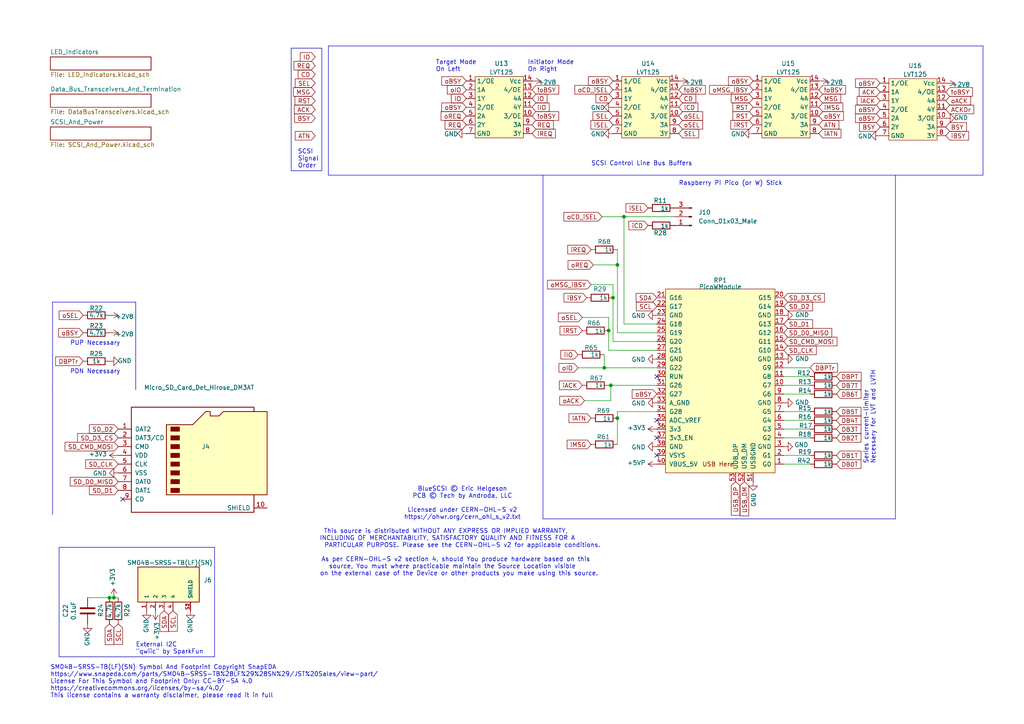
<source format=kicad_sch>
(kicad_sch (version 20231120) (generator "eeschema") (generator_version "8.0")
  (paper "A4")
  (title_block (title "4680-BlueSCSI V2") (date "2025-01-24") (rev "1.02") (company "Tech by Androda, LLC, SweProj.com"))
  (lib_symbols
    (symbol "BlackSASI:Micro_SD_Card TF015" (pin_names (offset 1.016))
      (property "Reference" "J" (at -16.51 15.24 0))
      (property "Value" "Micro_SD_Card TF015" (at 16.51 15.24 0))
      (symbol "Micro_SD_Card TF015_0_0"
        (pin output line (at -21.59 -12.7 0) (length 2.54) (name "CD") (number "9"))
      )
      (symbol "Micro_SD_Card TF015_0_1"
        (rectangle (start -7.62 -9.525) (end -5.08 -10.795) (fill (type outline)))
        (rectangle (start -7.62 -6.985) (end -5.08 -8.255) (fill (type outline)))
        (rectangle (start -7.62 -4.445) (end -5.08 -5.715) (fill (type outline)))
        (rectangle (start -7.62 -1.905) (end -5.08 -3.175) (fill (type outline)))
        (rectangle (start -7.62 0.635) (end -5.08 -0.635) (fill (type outline)))
        (rectangle (start -7.62 3.175) (end -5.08 1.905) (fill (type outline)))
        (rectangle (start -7.62 5.715) (end -5.08 4.445) (fill (type outline)))
        (rectangle (start -7.62 8.255) (end -5.08 6.985) (fill (type outline)))
        (polyline (pts (xy 16.51 12.7) (xy 16.51 13.97) (xy -19.05 13.97) (xy -19.05 -16.51) (xy 16.51 -16.51) (xy 16.51 -11.43)) (stroke (width 0.254)))
        (polyline (pts (xy -8.89 -11.43) (xy -8.89 8.89) (xy -1.27 8.89) (xy 2.54 12.7) (xy 3.81 12.7) (xy 3.81 11.43) (xy 6.35 11.43) (xy 7.62 12.7) (xy 20.32 12.7) (xy 20.32 -11.43) (xy -8.89 -11.43)) (stroke (width 0.254)) (fill (type background)))
      )
      (symbol "Micro_SD_Card TF015_1_1"
        (pin bidirectional line (at -22.86 7.62 0) (length 3.81) (name "DAT2") (number "1"))
        (pin passive line (at 20.32 -15.24 180) (length 3.81) (name "SHIELD") (number "10"))
        (pin bidirectional line (at -22.86 5.08 0) (length 3.81) (name "DAT3/CD") (number "2"))
        (pin input line (at -22.86 2.54 0) (length 3.81) (name "CMD") (number "3"))
        (pin power_in line (at -22.86 0 0) (length 3.81) (name "VDD") (number "4"))
        (pin input line (at -22.86 -2.54 0) (length 3.81) (name "CLK") (number "5"))
        (pin power_in line (at -22.86 -5.08 0) (length 3.81) (name "VSS") (number "6"))
        (pin bidirectional line (at -22.86 -7.62 0) (length 3.81) (name "DAT0") (number "7"))
        (pin bidirectional line (at -22.86 -10.16 0) (length 3.81) (name "DAT1") (number "8"))
      )
    )
    (symbol "Connector:Conn_01x03_Male" (pin_names (offset 1.016) hide)
      (property "Reference" "J" (at 0 5.08 0))
      (property "Value" "Conn_01x03_Male" (at 0 -5.08 0))
      (symbol "Conn_01x03_Male_1_1"
        (polyline (pts (xy 1.27 -2.54) (xy 0.8636 -2.54)) (stroke (width 0.1524)))
        (polyline (pts (xy 1.27 0) (xy 0.8636 0)) (stroke (width 0.1524)))
        (polyline (pts (xy 1.27 2.54) (xy 0.8636 2.54)) (stroke (width 0.1524)))
        (rectangle (start 0.8636 -2.413) (end 0 -2.667) (stroke (width 0.1524)) (fill (type outline)))
        (rectangle (start 0.8636 0.127) (end 0 -0.127) (stroke (width 0.1524)) (fill (type outline)))
        (rectangle (start 0.8636 2.667) (end 0 2.413) (stroke (width 0.1524)) (fill (type outline)))
        (pin passive line (at 5.08 2.54 180) (length 3.81) (name "Pin_1") (number "1"))
        (pin passive line (at 5.08 0 180) (length 3.81) (name "Pin_2") (number "2"))
        (pin passive line (at 5.08 -2.54 180) (length 3.81) (name "Pin_3") (number "3"))
      )
    )
    (symbol "Device:C" (pin_numbers hide) (pin_names (offset 0.254))
      (property "Reference" "C" (at 0.635 2.54 0))
      (property "Value" "C" (at 0.635 -2.54 0))
      (symbol "C_0_1"
        (polyline (pts (xy -2.032 -0.762) (xy 2.032 -0.762)) (stroke (width 0.508)))
        (polyline (pts (xy -2.032 0.762) (xy 2.032 0.762)) (stroke (width 0.508)))
      )
      (symbol "C_1_1"
        (pin passive line (at 0 3.81 270) (length 2.794) (name "~") (number "1"))
        (pin passive line (at 0 -3.81 90) (length 2.794) (name "~") (number "2"))
      )
    )
    (symbol "Device:R" (pin_numbers hide) (pin_names (offset 0))
      (property "Reference" "R" (at 2.032 0 90))
      (property "Value" "R" (at 0 0 90))
      (symbol "R_0_1"
        (rectangle (start -1.016 -2.54) (end 1.016 2.54) (stroke (width 0.254)))
      )
      (symbol "R_1_1"
        (pin passive line (at 0 3.81 270) (length 1.27) (name "~") (number "1"))
        (pin passive line (at 0 -3.81 90) (length 1.27) (name "~") (number "2"))
      )
    )
    (symbol "New_Library:LVT125"
      (property "Reference" "U" (at 0 0 0))
      (property "Value" "LVT125" (at 0 2.54 0))
      (symbol "LVT125_0_1"
        (rectangle (start -7.62 -1.27) (end 6.35 -19.05) (fill (type background)))
        (rectangle (start 7.62 -12.7) (end 7.62 -12.7))
      )
      (symbol "LVT125_1_1"
        (pin input line (at -10.16 -2.54 0) (length 2.54) (name "1/OE") (number "1"))
        (pin bidirectional line (at 8.89 -12.7 180) (length 2.54) (name "3/OE") (number "10"))
        (pin bidirectional line (at 8.89 -10.16 180) (length 2.54) (name "4Y") (number "11"))
        (pin bidirectional line (at 8.89 -7.62 180) (length 2.54) (name "4A") (number "12"))
        (pin bidirectional line (at 8.89 -5.08 180) (length 2.54) (name "4/OE") (number "13"))
        (pin bidirectional line (at 8.89 -2.54 180) (length 2.54) (name "Vcc") (number "14"))
        (pin bidirectional line (at -10.16 -5.08 0) (length 2.54) (name "1A") (number "2"))
        (pin bidirectional line (at -10.16 -7.62 0) (length 2.54) (name "1Y") (number "3"))
        (pin bidirectional line (at -10.16 -10.16 0) (length 2.54) (name "2/OE") (number "4"))
        (pin bidirectional line (at -10.16 -12.7 0) (length 2.54) (name "2A") (number "5"))
        (pin bidirectional line (at -10.16 -15.24 0) (length 2.54) (name "2Y") (number "6"))
        (pin bidirectional line (at -10.16 -17.78 0) (length 2.54) (name "GND") (number "7"))
        (pin bidirectional line (at 8.89 -17.78 180) (length 2.54) (name "3Y") (number "8"))
        (pin bidirectional line (at 8.89 -15.24 180) (length 2.54) (name "3A") (number "9"))
      )
    )
    (symbol "New_Library:PicoWModule" (pin_names (offset 1.016))
      (property "Reference" "RP1" (at 0 -10.16 0))
      (property "Value" "PicoWModule" (at 0 -12.7 0))
      (symbol "PicoWModule_0_0"
        (text "USB Here" (at 1.27 -3.81 0) (effects (font (size 1.27 1.27))))
      )
      (symbol "PicoWModule_0_1"
        (rectangle (start 16.51 -1.27) (end -15.24 -54.61) (fill (type background)))
      )
      (symbol "PicoWModule_1_1"
        (pin bidirectional line (at -17.78 -3.81 0) (length 2.54) (name "G0") (number "1"))
        (pin bidirectional line (at -17.78 -26.67 0) (length 2.54) (name "G7") (number "10"))
        (pin bidirectional line (at -17.78 -29.21 0) (length 2.54) (name "G8") (number "11"))
        (pin bidirectional line (at -17.78 -31.75 0) (length 2.54) (name "G9") (number "12"))
        (pin bidirectional line (at -17.78 -34.29 0) (length 2.54) (name "GND") (number "13"))
        (pin bidirectional line (at -17.78 -36.83 0) (length 2.54) (name "G10") (number "14"))
        (pin bidirectional line (at -17.78 -39.37 0) (length 2.54) (name "G11") (number "15"))
        (pin bidirectional line (at -17.78 -41.91 0) (length 2.54) (name "G12") (number "16"))
        (pin bidirectional line (at -17.78 -44.45 0) (length 2.54) (name "G13") (number "17"))
        (pin power_in line (at -17.78 -46.99 0) (length 2.54) (name "GND") (number "18"))
        (pin power_in line (at -17.78 -49.53 0) (length 2.54) (name "G14") (number "19"))
        (pin bidirectional line (at -17.78 -6.35 0) (length 2.54) (name "G1") (number "2"))
        (pin power_in line (at -17.78 -52.07 0) (length 2.54) (name "G15") (number "20"))
        (pin power_in line (at 19.05 -52.07 180) (length 2.54) (name "G16") (number "21"))
        (pin bidirectional line (at 19.05 -49.53 180) (length 2.54) (name "G17") (number "22"))
        (pin bidirectional line (at 19.05 -46.99 180) (length 2.54) (name "GND") (number "23"))
        (pin bidirectional line (at 19.05 -44.45 180) (length 2.54) (name "G18") (number "24"))
        (pin input line (at 19.05 -41.91 180) (length 2.54) (name "G19") (number "25"))
        (pin bidirectional line (at 19.05 -39.37 180) (length 2.54) (name "G20") (number "26"))
        (pin bidirectional line (at 19.05 -36.83 180) (length 2.54) (name "G21") (number "27"))
        (pin bidirectional line (at 19.05 -34.29 180) (length 2.54) (name "GND") (number "28"))
        (pin bidirectional line (at 19.05 -31.75 180) (length 2.54) (name "G22") (number "29"))
        (pin bidirectional line (at -17.78 -8.89 0) (length 2.54) (name "GND") (number "3"))
        (pin bidirectional line (at 19.05 -29.21 180) (length 2.54) (name "RUN") (number "30"))
        (pin bidirectional line (at 19.05 -26.67 180) (length 2.54) (name "G26") (number "31"))
        (pin bidirectional line (at 19.05 -24.13 180) (length 2.54) (name "G27") (number "32"))
        (pin bidirectional line (at 19.05 -21.59 180) (length 2.54) (name "A_GND") (number "33"))
        (pin bidirectional line (at 19.05 -19.05 180) (length 2.54) (name "G28") (number "34"))
        (pin bidirectional line (at 19.05 -16.51 180) (length 2.54) (name "ADC_VREF") (number "35"))
        (pin bidirectional line (at 19.05 -13.97 180) (length 2.54) (name "3v3") (number "36"))
        (pin bidirectional line (at 19.05 -11.43 180) (length 2.54) (name "3v3_EN") (number "37"))
        (pin power_in line (at 19.05 -8.89 180) (length 2.54) (name "GND") (number "38"))
        (pin power_in line (at 19.05 -6.35 180) (length 2.54) (name "VSYS") (number "39"))
        (pin bidirectional line (at -17.78 -11.43 0) (length 2.54) (name "G2") (number "4"))
        (pin power_in line (at 19.05 -3.81 180) (length 2.54) (name "VBUS_5V") (number "40"))
        (pin bidirectional line (at -17.78 -13.97 0) (length 2.54) (name "G3") (number "5"))
        (pin input line (at -8.89 1.27 270) (length 2.54) (name "USBGND") (number "51"))
        (pin input line (at -6.35 1.27 270) (length 2.54) (name "USB_DM") (number "52"))
        (pin input line (at -3.81 1.27 270) (length 2.54) (name "UDB_DP") (number "53"))
        (pin bidirectional line (at -17.78 -16.51 0) (length 2.54) (name "G4") (number "6"))
        (pin bidirectional line (at -17.78 -19.05 0) (length 2.54) (name "G5") (number "7"))
        (pin bidirectional line (at -17.78 -21.59 0) (length 2.54) (name "GND") (number "8"))
        (pin bidirectional line (at -17.78 -24.13 0) (length 2.54) (name "G6") (number "9"))
      )
    )
    (symbol "New_Library:SM04B-SRSS-TB(LF)(SN)" (pin_names (offset 1.016))
      (property "Reference" "J" (at -5.0831 8.1433 0))
      (property "Value" "SM04B-SRSS-TB(LF)(SN)" (at 7.62 -15.24 90))
      (symbol "SM04B-SRSS-TB(LF)(SN)_0_0"
        (rectangle (start -5.08 -10.16) (end 5.08 7.62) (stroke (width 0.254)) (fill (type background)))
        (pin passive line (at -7.62 5.08 0) (length 2.54) (name "1") (number "1"))
        (pin passive line (at -7.62 2.54 0) (length 2.54) (name "2") (number "2"))
        (pin passive line (at -7.62 0 0) (length 2.54) (name "3") (number "3"))
        (pin passive line (at -7.62 -2.54 0) (length 2.54) (name "4") (number "4"))
        (pin passive line (at -7.62 -7.62 0) (length 2.54) (name "SHIELD") (number "S1"))
        (pin passive line (at -7.62 -7.62 0) (length 2.54) (name "SHIELD") (number "S2"))
      )
    )
    (symbol "power:+2V8" (power) (pin_names (offset 0))
      (property "Value" "+2V8" (at 0 3.556 0))
      (symbol "+2V8_0_1"
        (polyline (pts (xy -0.762 1.27) (xy 0 2.54)))
        (polyline (pts (xy 0 0) (xy 0 2.54)))
        (polyline (pts (xy 0 2.54) (xy 0.762 1.27)))
      )
      (symbol "+2V8_1_1"
        (pin power_in line (at 0 0 90) (length 0) hide (name "+2V8") (number "1"))
      )
    )
    (symbol "power:+3V3" (power) (pin_names (offset 0))
      (property "Value" "+3V3" (at 0 3.556 0))
      (symbol "+3V3_0_1"
        (polyline (pts (xy -0.762 1.27) (xy 0 2.54)))
        (polyline (pts (xy 0 0) (xy 0 2.54)))
        (polyline (pts (xy 0 2.54) (xy 0.762 1.27)))
      )
      (symbol "+3V3_1_1"
        (pin power_in line (at 0 0 90) (length 0) hide (name "+3V3") (number "1"))
      )
    )
    (symbol "power:+5VP" (power) (pin_names (offset 0))
      (property "Value" "+5VP" (at 0 3.556 0))
      (symbol "+5VP_0_1"
        (polyline (pts (xy -0.762 1.27) (xy 0 2.54)))
        (polyline (pts (xy 0 0) (xy 0 2.54)))
        (polyline (pts (xy 0 2.54) (xy 0.762 1.27)))
      )
      (symbol "+5VP_1_1"
        (pin power_in line (at 0 0 90) (length 0) hide (name "+5VP") (number "1"))
      )
    )
    (symbol "power:GND" (power) (pin_names (offset 0))
      (property "Value" "GND" (at 0 -3.81 0))
      (symbol "GND_0_1"
        (polyline (pts (xy 0 0) (xy 0 -1.27) (xy 1.27 -1.27) (xy 0 -2.54) (xy -1.27 -1.27) (xy 0 -1.27)))
      )
      (symbol "GND_1_1"
        (pin power_in line (at 0 0 270) (length 0) hide (name "GND") (number "1"))
      )
    )
  )
  (junction (at 179.07 121.285))
  (junction (at 177.165 111.76))
  (junction (at 175.26 106.68))
  (junction (at 31.75 173.355))
  (junction (at 180.975 62.865))
  (junction (at 176.53 95.885))
  (junction (at 177.8 86.36))
  (junction (at 179.07 76.835))
  (junction (at 33.02 173.355))
  (no_connect (at 190.5 109.22))
  (no_connect (at 190.5 132.08))
  (no_connect (at 190.5 121.92))
  (no_connect (at 35.56 144.78))
  (no_connect (at 190.5 127))
  (polyline (pts (xy 84.455 49.53) (xy 93.345 49.53)))
  (wire (pts (xy 175.26 106.68) (xy 190.5 106.68)))
  (wire (pts (xy 167.64 106.68) (xy 175.26 106.68)))
  (wire (pts (xy 169.545 116.205) (xy 177.165 116.205)))
  (polyline (pts (xy 259.715 150.495) (xy 157.48 150.495)))
  (wire (pts (xy 176.53 101.6) (xy 176.53 95.885)))
  (wire (pts (xy 190.5 96.52) (xy 179.07 96.52)))
  (polyline (pts (xy 62.23 190.5) (xy 17.145 190.5)))
  (polyline (pts (xy 17.145 158.75) (xy 62.23 158.75)))
  (wire (pts (xy 227.33 121.92) (xy 234.95 121.92)))
  (wire (pts (xy 179.07 76.835) (xy 179.07 96.52)))
  (wire (pts (xy 168.91 92.075) (xy 176.53 92.075)))
  (wire (pts (xy 227.33 132.08) (xy 234.95 132.08)))
  (wire (pts (xy 190.5 93.98) (xy 180.975 93.98)))
  (wire (pts (xy 227.33 114.3) (xy 234.95 114.3)))
  (wire (pts (xy 177.165 111.76) (xy 190.5 111.76)))
  (wire (pts (xy 180.975 62.865) (xy 180.975 93.98)))
  (wire (pts (xy 172.085 76.835) (xy 179.07 76.835)))
  (wire (pts (xy 190.5 99.06) (xy 177.8 99.06)))
  (wire (pts (xy 175.26 106.68) (xy 175.26 102.87)))
  (wire (pts (xy 227.33 124.46) (xy 234.95 124.46)))
  (wire (pts (xy 190.5 101.6) (xy 176.53 101.6)))
  (wire (pts (xy 176.53 111.76) (xy 177.165 111.76)))
  (wire (pts (xy 174.625 62.865) (xy 180.975 62.865)))
  (polyline (pts (xy 15.24 113.03) (xy 15.24 149.225)))
  (polyline (pts (xy 15.24 113.03) (xy 15.24 87.63)))
  (wire (pts (xy 33.02 173.355) (xy 34.29 173.355)))
  (wire (pts (xy 177.165 116.205) (xy 177.165 111.76)))
  (wire (pts (xy 176.53 92.075) (xy 176.53 95.885)))
  (polyline (pts (xy 15.24 87.63) (xy 39.37 87.63)))
  (wire (pts (xy 179.07 119.38) (xy 190.5 119.38)))
  (wire (pts (xy 177.8 82.55) (xy 177.8 86.36)))
  (wire (pts (xy 177.8 99.06) (xy 177.8 86.36)))
  (polyline (pts (xy 39.37 87.63) (xy 39.37 113.03)))
  (wire (pts (xy 179.07 72.39) (xy 179.07 76.835)))
  (wire (pts (xy 179.07 119.38) (xy 179.07 121.285)))
  (wire (pts (xy 25.4 173.355) (xy 31.75 173.355)))
  (wire (pts (xy 227.33 119.38) (xy 234.95 119.38)))
  (polyline (pts (xy 17.145 190.5) (xy 17.145 158.75)))
  (polyline (pts (xy 285.115 50.8) (xy 95.25 50.8)))
  (wire (pts (xy 171.45 82.55) (xy 177.8 82.55)))
  (polyline (pts (xy 93.345 49.53) (xy 93.345 13.97)))
  (wire (pts (xy 227.33 127) (xy 234.95 127)))
  (polyline (pts (xy 84.455 13.97) (xy 84.455 49.53)))
  (polyline (pts (xy 95.25 13.335) (xy 285.115 13.335)))
  (wire (pts (xy 31.75 173.355) (xy 33.02 173.355)))
  (wire (pts (xy 227.33 106.68) (xy 234.95 106.68)))
  (wire (pts (xy 227.33 111.76) (xy 234.95 111.76)))
  (wire (pts (xy 227.33 134.62) (xy 234.95 134.62)))
  (wire (pts (xy 179.07 121.285) (xy 179.07 128.905)))
  (wire (pts (xy 227.33 109.22) (xy 234.95 109.22)))
  (polyline (pts (xy 84.455 13.97) (xy 93.345 13.97)))
  (polyline (pts (xy 95.25 50.8) (xy 95.25 13.335)))
  (polyline (pts (xy 62.23 158.75) (xy 62.23 190.5)))
  (polyline (pts (xy 157.48 150.495) (xy 157.48 50.8)))
  (wire (pts (xy 180.975 62.865) (xy 195.58 62.865)))
  (polyline (pts (xy 285.115 13.335) (xy 285.115 50.8)))
  (polyline (pts (xy 259.715 50.8) (xy 259.715 150.495)))
  (text "Series current-limiter\nNecessary for LVT and LVTH" (at 254 134.62 90) (effects (font (size 1.27 1.27)) (justify left bottom)))
  (text "Target Mode\nOn Left" (at 126.365 20.955 0) (effects (font (size 1.27 1.27)) (justify left bottom)))
  (text "SCSI Control Line Bus Buffers" (at 171.45 48.26 0) (effects (font (size 1.27 1.27)) (justify left bottom)))
  (text "Initiator Mode\nOn Right" (at 153.035 20.955 0) (effects (font (size 1.27 1.27)) (justify left bottom)))
  (text "SM04B-SRSS-TB(LF)(SN) Symbol And Footprint Copyright SnapEDA\nhttps://www.snapeda.com/parts/SM04B-SRSS-TB%28LF%29%28SN%29/JST%20Sales/view-part/\nLicense For This Symbol and Footprint Only: CC-BY-SA 4.0\nhttps://creativecommons.org/licenses/by-sa/4.0/\nThis license contains a warranty disclaimer, please read it in full" (at 14.605 202.565 0) (effects (font (size 1.27 1.27)) (justify left bottom)))
  (text "External I2C\n\"qwiic\" by SparkFun" (at 39.37 189.865 0) (effects (font (size 1.27 1.27)) (justify left bottom)))
  (text "SCSI\nSignal\nOrder" (at 86.36 48.895 0) (effects (font (size 1.27 1.27)) (justify left bottom)))
  (text "BlueSCSI © Eric Helgeson\nPCB © Tech by Androda, LLC\n\nLicensed under CERN-OHL-S v2\nhttps://ohwr.org/cern_ohl_s_v2.txt\n\nThis source is distributed WITHOUT ANY EXPRESS OR IMPLIED WARRANTY,          \nINCLUDING OF MERCHANTABILITY, SATISFACTORY QUALITY AND FITNESS FOR A         \nPARTICULAR PURPOSE. Please see the CERN-OHL-S v2 for applicable conditions.\n\nAs per CERN-OHL-S v2 section 4, should You produce hardware based on this    \nsource, You must where practicable maintain the Source Location visible      \non the external case of the Device or other products you make using this source.  \n" (at 134.112 154.178 0) (effects (font (size 1.27 1.27))))
  (text "PUP Necessary" (at 20.32 100.33 0) (effects (font (size 1.27 1.27)) (justify left bottom)))
  (text "PDN Necessary" (at 20.32 108.585 0) (effects (font (size 1.27 1.27)) (justify left bottom)))
  (text "Raspberry Pi Pico (or W) Stick" (at 196.85 53.975 0) (effects (font (size 1.27 1.27)) (justify left bottom)))
  (global_label "oSEL" (shape input) (at 24.13 91.44 180) (property "Intersheetrefs" "${INTERSHEET_REFS}" (effects (hide yes))))
  (global_label "MSG" (shape input) (at 237.49 28.575 0) (property "Intersheetrefs" "${INTERSHEET_REFS}" (effects (hide yes))))
  (global_label "iATN" (shape input) (at 237.49 38.735 0) (property "Intersheetrefs" "${INTERSHEET_REFS}" (effects (hide yes))))
  (global_label "SCL" (shape input) (at 190.5 88.9 180) (property "Intersheetrefs" "${INTERSHEET_REFS}" (effects (hide yes))))
  (global_label "CD" (shape input) (at 177.8 28.575 180) (property "Intersheetrefs" "${INTERSHEET_REFS}" (effects (hide yes))))
  (global_label "iMSG" (shape input) (at 171.45 128.905 180) (property "Intersheetrefs" "${INTERSHEET_REFS}" (effects (hide yes))))
  (global_label "oSEL" (shape input) (at 196.85 33.655 0) (property "Intersheetrefs" "${INTERSHEET_REFS}" (effects (hide yes))))
  (global_label "IO" (shape input) (at 154.305 28.575 0) (property "Intersheetrefs" "${INTERSHEET_REFS}" (effects (hide yes))))
  (global_label "DB1T" (shape input) (at 242.57 132.08 0) (property "Intersheetrefs" "${INTERSHEET_REFS}" (effects (hide yes))))
  (global_label "oSEL" (shape input) (at 168.91 92.075 180) (property "Intersheetrefs" "${INTERSHEET_REFS}" (effects (hide yes))))
  (global_label "DBPTr" (shape input) (at 24.13 104.775 180) (property "Intersheetrefs" "${INTERSHEET_REFS}" (effects (hide yes))))
  (global_label "SD_D1" (shape input) (at 34.29 142.24 180) (property "Intersheetrefs" "${INTERSHEET_REFS}" (effects (hide yes))))
  (global_label "MSG" (shape input) (at 91.44 26.67 180) (property "Intersheetrefs" "${INTERSHEET_REFS}" (effects (hide yes))))
  (global_label "IO" (shape input) (at 91.44 16.51 180) (property "Intersheetrefs" "${INTERSHEET_REFS}" (effects (hide yes))))
  (global_label "oIO" (shape input) (at 135.255 26.035 180) (property "Intersheetrefs" "${INTERSHEET_REFS}" (effects (hide yes))))
  (global_label "REQ" (shape input) (at 91.44 19.05 180) (property "Intersheetrefs" "${INTERSHEET_REFS}" (effects (hide yes))))
  (global_label "oBSY" (shape input) (at 255.27 24.13 180) (property "Intersheetrefs" "${INTERSHEET_REFS}" (effects (hide yes))))
  (global_label "iSEL" (shape input) (at 187.96 60.325 180) (property "Intersheetrefs" "${INTERSHEET_REFS}" (effects (hide yes))))
  (global_label "oBSY" (shape input) (at 177.8 23.495 180) (property "Intersheetrefs" "${INTERSHEET_REFS}" (effects (hide yes))))
  (global_label "!oBSY" (shape input) (at 154.305 26.035 0) (property "Intersheetrefs" "${INTERSHEET_REFS}" (effects (hide yes))))
  (global_label "oACK" (shape input) (at 274.32 29.21 0) (property "Intersheetrefs" "${INTERSHEET_REFS}" (effects (hide yes))))
  (global_label "oBSY" (shape input) (at 255.27 31.75 180) (property "Intersheetrefs" "${INTERSHEET_REFS}" (effects (hide yes))))
  (global_label "BSY" (shape input) (at 255.27 36.83 180) (property "Intersheetrefs" "${INTERSHEET_REFS}" (effects (hide yes))))
  (global_label "oMSG_iBSY" (shape input) (at 218.44 26.035 180) (property "Intersheetrefs" "${INTERSHEET_REFS}" (effects (hide yes))))
  (global_label "iMSG" (shape input) (at 237.49 31.115 0) (property "Intersheetrefs" "${INTERSHEET_REFS}" (effects (hide yes))))
  (global_label "REQ" (shape input) (at 154.305 36.195 0) (property "Intersheetrefs" "${INTERSHEET_REFS}" (effects (hide yes))))
  (global_label "ATN" (shape input) (at 237.49 36.195 0) (property "Intersheetrefs" "${INTERSHEET_REFS}" (effects (hide yes))))
  (global_label "DB7T" (shape input) (at 242.57 111.76 0) (property "Intersheetrefs" "${INTERSHEET_REFS}" (effects (hide yes))))
  (global_label "SD_CMD_MOSI" (shape input) (at 34.29 129.54 180) (property "Intersheetrefs" "${INTERSHEET_REFS}" (effects (hide yes))))
  (global_label "RST" (shape input) (at 218.44 31.115 180) (property "Intersheetrefs" "${INTERSHEET_REFS}" (effects (hide yes))))
  (global_label "IO" (shape input) (at 135.255 28.575 180) (property "Intersheetrefs" "${INTERSHEET_REFS}" (effects (hide yes))))
  (global_label "SD_D0_MISO" (shape input) (at 227.33 96.52 0) (property "Intersheetrefs" "${INTERSHEET_REFS}" (effects (hide yes))))
  (global_label "BSY" (shape input) (at 274.32 36.83 0) (property "Intersheetrefs" "${INTERSHEET_REFS}" (effects (hide yes))))
  (global_label "iREQ" (shape input) (at 171.45 72.39 180) (property "Intersheetrefs" "${INTERSHEET_REFS}" (effects (hide yes))))
  (global_label "oBSY" (shape input) (at 237.49 33.655 0) (property "Intersheetrefs" "${INTERSHEET_REFS}" (effects (hide yes))))
  (global_label "SDA" (shape input) (at 31.75 180.975 270) (property "Intersheetrefs" "${INTERSHEET_REFS}" (effects (hide yes))))
  (global_label "ATN" (shape input) (at 91.44 39.37 180) (property "Intersheetrefs" "${INTERSHEET_REFS}" (effects (hide yes))))
  (global_label "SD_D3_CS" (shape input) (at 227.33 86.36 0) (property "Intersheetrefs" "${INTERSHEET_REFS}" (effects (hide yes))))
  (global_label "oBSY" (shape input) (at 135.255 31.115 180) (property "Intersheetrefs" "${INTERSHEET_REFS}" (effects (hide yes))))
  (global_label "iCD" (shape input) (at 187.96 65.405 180) (property "Intersheetrefs" "${INTERSHEET_REFS}" (effects (hide yes))))
  (global_label "SD_D0_MISO" (shape input) (at 34.29 139.7 180) (property "Intersheetrefs" "${INTERSHEET_REFS}" (effects (hide yes))))
  (global_label "oMSG_iBSY" (shape input) (at 171.45 82.55 180) (property "Intersheetrefs" "${INTERSHEET_REFS}" (effects (hide yes))))
  (global_label "oBSY" (shape input) (at 218.44 23.495 180) (property "Intersheetrefs" "${INTERSHEET_REFS}" (effects (hide yes))))
  (global_label "BSY" (shape input) (at 91.44 34.29 180) (property "Intersheetrefs" "${INTERSHEET_REFS}" (effects (hide yes))))
  (global_label "iIO" (shape input) (at 154.305 31.115 0) (property "Intersheetrefs" "${INTERSHEET_REFS}" (effects (hide yes))))
  (global_label "iREQ" (shape input) (at 154.305 38.735 0) (property "Intersheetrefs" "${INTERSHEET_REFS}" (effects (hide yes))))
  (global_label "SCL" (shape input) (at 50.165 177.165 270) (property "Intersheetrefs" "${INTERSHEET_REFS}" (effects (hide yes))))
  (global_label "iRST" (shape input) (at 168.91 95.885 180) (property "Intersheetrefs" "${INTERSHEET_REFS}" (effects (hide yes))))
  (global_label "iSEL" (shape input) (at 177.8 36.195 180) (property "Intersheetrefs" "${INTERSHEET_REFS}" (effects (hide yes))))
  (global_label "DBPTr" (shape input) (at 234.95 106.68 0) (property "Intersheetrefs" "${INTERSHEET_REFS}" (effects (hide yes))))
  (global_label "oREQ" (shape input) (at 135.255 33.655 180) (property "Intersheetrefs" "${INTERSHEET_REFS}" (effects (hide yes))))
  (global_label "ACK" (shape input) (at 91.44 31.75 180) (property "Intersheetrefs" "${INTERSHEET_REFS}" (effects (hide yes))))
  (global_label "SD_CMD_MOSI" (shape input) (at 227.33 99.06 0) (property "Intersheetrefs" "${INTERSHEET_REFS}" (effects (hide yes))))
  (global_label "oBSY" (shape input) (at 255.27 34.29 180) (property "Intersheetrefs" "${INTERSHEET_REFS}" (effects (hide yes))))
  (global_label "RST" (shape input) (at 218.44 33.655 180) (property "Intersheetrefs" "${INTERSHEET_REFS}" (effects (hide yes))))
  (global_label "SEL" (shape input) (at 196.85 38.735 0) (property "Intersheetrefs" "${INTERSHEET_REFS}" (effects (hide yes))))
  (global_label "ACKDr" (shape input) (at 274.32 31.75 0) (property "Intersheetrefs" "${INTERSHEET_REFS}" (effects (hide yes))))
  (global_label "DB6T" (shape input) (at 242.57 114.3 0) (property "Intersheetrefs" "${INTERSHEET_REFS}" (effects (hide yes))))
  (global_label "oCD_iSEL" (shape input) (at 177.8 26.035 180) (property "Intersheetrefs" "${INTERSHEET_REFS}" (effects (hide yes))))
  (global_label "RST" (shape input) (at 91.44 29.21 180) (property "Intersheetrefs" "${INTERSHEET_REFS}" (effects (hide yes))))
  (global_label "SD_D2" (shape input) (at 34.29 124.46 180) (property "Intersheetrefs" "${INTERSHEET_REFS}" (effects (hide yes))))
  (global_label "iATN" (shape input) (at 171.45 121.285 180) (property "Intersheetrefs" "${INTERSHEET_REFS}" (effects (hide yes))))
  (global_label "CD" (shape input) (at 91.44 21.59 180) (property "Intersheetrefs" "${INTERSHEET_REFS}" (effects (hide yes))))
  (global_label "SD_D1" (shape input) (at 227.33 93.98 0) (property "Intersheetrefs" "${INTERSHEET_REFS}" (effects (hide yes))))
  (global_label "SEL" (shape input) (at 91.44 24.13 180) (property "Intersheetrefs" "${INTERSHEET_REFS}" (effects (hide yes))))
  (global_label "!oBSY" (shape input) (at 196.85 26.035 0) (property "Intersheetrefs" "${INTERSHEET_REFS}" (effects (hide yes))))
  (global_label "REQ" (shape input) (at 135.255 36.195 180) (property "Intersheetrefs" "${INTERSHEET_REFS}" (effects (hide yes))))
  (global_label "SEL" (shape input) (at 177.8 33.655 180) (property "Intersheetrefs" "${INTERSHEET_REFS}" (effects (hide yes))))
  (global_label "iIO" (shape input) (at 167.64 102.87 180) (property "Intersheetrefs" "${INTERSHEET_REFS}" (effects (hide yes))))
  (global_label "DB5T" (shape input) (at 242.57 119.38 0) (property "Intersheetrefs" "${INTERSHEET_REFS}" (effects (hide yes))))
  (global_label "!oBSY" (shape input) (at 237.49 26.035 0) (property "Intersheetrefs" "${INTERSHEET_REFS}" (effects (hide yes))))
  (global_label "!oBSY" (shape input) (at 154.305 33.655 0) (property "Intersheetrefs" "${INTERSHEET_REFS}" (effects (hide yes))))
  (global_label "SD_D2" (shape input) (at 227.33 88.9 0) (property "Intersheetrefs" "${INTERSHEET_REFS}" (effects (hide yes))))
  (global_label "SD_CLK" (shape input) (at 227.33 101.6 0) (property "Intersheetrefs" "${INTERSHEET_REFS}" (effects (hide yes))))
  (global_label "USB_DP" (shape input) (at 213.36 139.7 270) (property "Intersheetrefs" "${INTERSHEET_REFS}" (effects (hide yes))))
  (global_label "DB2T" (shape input) (at 242.57 127 0) (property "Intersheetrefs" "${INTERSHEET_REFS}" (effects (hide yes))))
  (global_label "oCD_iSEL" (shape input) (at 174.625 62.865 180) (property "Intersheetrefs" "${INTERSHEET_REFS}" (effects (hide yes))))
  (global_label "iRST" (shape input) (at 218.44 36.195 180) (property "Intersheetrefs" "${INTERSHEET_REFS}" (effects (hide yes))))
  (global_label "oIO" (shape input) (at 167.64 106.68 180) (property "Intersheetrefs" "${INTERSHEET_REFS}" (effects (hide yes))))
  (global_label "oBSY" (shape input) (at 135.255 23.495 180) (property "Intersheetrefs" "${INTERSHEET_REFS}" (effects (hide yes))))
  (global_label "iACK" (shape input) (at 255.27 29.21 180) (property "Intersheetrefs" "${INTERSHEET_REFS}" (effects (hide yes))))
  (global_label "iBSY" (shape input) (at 274.32 39.37 0) (property "Intersheetrefs" "${INTERSHEET_REFS}" (effects (hide yes))))
  (global_label "oBSY" (shape input) (at 190.5 114.3 180) (property "Intersheetrefs" "${INTERSHEET_REFS}" (effects (hide yes))))
  (global_label "SD_CLK" (shape input) (at 34.29 134.62 180) (property "Intersheetrefs" "${INTERSHEET_REFS}" (effects (hide yes))))
  (global_label "SCL" (shape input) (at 34.29 180.975 270) (property "Intersheetrefs" "${INTERSHEET_REFS}" (effects (hide yes))))
  (global_label "SDA" (shape input) (at 47.625 177.165 270) (property "Intersheetrefs" "${INTERSHEET_REFS}" (effects (hide yes))))
  (global_label "DB3T" (shape input) (at 242.57 124.46 0) (property "Intersheetrefs" "${INTERSHEET_REFS}" (effects (hide yes))))
  (global_label "oBSY" (shape input) (at 24.13 96.52 180) (property "Intersheetrefs" "${INTERSHEET_REFS}" (effects (hide yes))))
  (global_label "oSEL" (shape input) (at 196.85 36.195 0) (property "Intersheetrefs" "${INTERSHEET_REFS}" (effects (hide yes))))
  (global_label "DBPT" (shape input) (at 242.57 109.22 0) (property "Intersheetrefs" "${INTERSHEET_REFS}" (effects (hide yes))))
  (global_label "SD_D3_CS" (shape input) (at 34.29 127 180) (property "Intersheetrefs" "${INTERSHEET_REFS}" (effects (hide yes))))
  (global_label "SDA" (shape input) (at 190.5 86.36 180) (property "Intersheetrefs" "${INTERSHEET_REFS}" (effects (hide yes))))
  (global_label "iCD" (shape input) (at 196.85 31.115 0) (property "Intersheetrefs" "${INTERSHEET_REFS}" (effects (hide yes))))
  (global_label "USB_DM" (shape input) (at 215.9 139.7 270) (property "Intersheetrefs" "${INTERSHEET_REFS}" (effects (hide yes))))
  (global_label "DB4T" (shape input) (at 242.57 121.92 0) (property "Intersheetrefs" "${INTERSHEET_REFS}" (effects (hide yes))))
  (global_label "iBSY" (shape input) (at 170.18 86.36 180) (property "Intersheetrefs" "${INTERSHEET_REFS}" (effects (hide yes))))
  (global_label "CD" (shape input) (at 196.85 28.575 0) (property "Intersheetrefs" "${INTERSHEET_REFS}" (effects (hide yes))))
  (global_label "MSG" (shape input) (at 218.44 28.575 180) (property "Intersheetrefs" "${INTERSHEET_REFS}" (effects (hide yes))))
  (global_label "oACK" (shape input) (at 169.545 116.205 180) (property "Intersheetrefs" "${INTERSHEET_REFS}" (effects (hide yes))))
  (global_label "oREQ" (shape input) (at 172.085 76.835 180) (property "Intersheetrefs" "${INTERSHEET_REFS}" (effects (hide yes))))
  (global_label "iACK" (shape input) (at 168.91 111.76 180) (property "Intersheetrefs" "${INTERSHEET_REFS}" (effects (hide yes))))
  (global_label "!oBSY" (shape input) (at 274.32 26.67 0) (property "Intersheetrefs" "${INTERSHEET_REFS}" (effects (hide yes))))
  (global_label "DB0T" (shape input) (at 242.57 134.62 0) (property "Intersheetrefs" "${INTERSHEET_REFS}" (effects (hide yes))))
  (global_label "ACK" (shape input) (at 255.27 26.67 180) (property "Intersheetrefs" "${INTERSHEET_REFS}" (effects (hide yes))))
  (symbol (lib_id "power:+3V3") (at 190.5 124.46 90) (unit 1)
    (property "Reference" "#PWR047" (effects (hide yes)))
    (property "Value" "+3V3" (at 187.2488 124.079 90) (effects (justify left)))
  )
  (symbol (lib_id "power:+5VP") (at 190.5 134.62 90) (unit 1)
    (property "Reference" "#PWR036" (effects (hide yes)))
    (property "Value" "+5VP" (at 187.2488 134.239 90) (effects (justify left)))
  )
  (symbol (lib_id "power:GND") (at 190.5 116.84 270) (unit 1)
    (property "Reference" "#PWR037" (effects (hide yes)))
    (property "Value" "GND" (at 187.2488 116.967 90) (effects (justify right)))
  )
  (symbol (lib_id "power:GND") (at 218.44 38.735 270) (unit 1)
    (property "Reference" "#PWR032" (effects (hide yes)))
    (property "Value" "GND" (at 214.0458 38.862 90))
  )
  (symbol (lib_id "Device:R") (at 175.26 121.285 270) (unit 1)
    (property "Reference" "R69" (at 175.006 119.126 90))
    (property "Value" "1k" (at 176.022 121.412 90))
    (property "Footprint" "Resistor_SMD:R_0402_1005Metric" (effects (hide yes)))
    (property "LCSC" "C11702" (effects (hide yes)))
  )
  (symbol (lib_id "Device:R") (at 175.26 128.905 270) (unit 1)
    (property "Reference" "R61" (at 175.006 126.746 90))
    (property "Value" "1k" (at 176.276 129.032 90))
    (property "Footprint" "Resistor_SMD:R_0402_1005Metric" (effects (hide yes)))
    (property "LCSC" "C11702" (effects (hide yes)))
  )
  (symbol (lib_id "power:GND") (at 190.5 91.44 270) (unit 1)
    (property "Reference" "#PWR061" (effects (hide yes)))
    (property "Value" "GND" (at 187.2488 91.567 90) (effects (justify right)))
  )
  (symbol (lib_id "New_Library:LVT125") (at 228.6 20.955 0) (unit 1)
    (property "Reference" "U15" (at 228.6 18.415 0))
    (property "Value" "LVT125" (at 228.6 20.955 0))
    (property "Footprint" "Package_SO:TSSOP-14_4.4x5mm_P0.65mm" (effects (hide yes)))
    (property "LCSC" "C2675577" (effects (hide yes)))
  )
  (symbol (lib_id "power:+2V8") (at 237.49 23.495 270) (unit 1)
    (property "Reference" "#PWR079" (effects (hide yes)))
    (property "Value" "+2V8" (at 241.8842 23.876 90))
  )
  (symbol (lib_id "power:GND") (at 227.33 91.44 90) (unit 1)
    (property "Reference" "#PWR064" (effects (hide yes)))
    (property "Value" "GND" (at 230.5812 91.313 90) (effects (justify right)))
  )
  (symbol (lib_id "Device:R") (at 238.76 114.3 90) (unit 1)
    (property "Reference" "R14" (at 233.426 113.284 90))
    (property "Value" "1k" (at 240.03 114.3 90))
    (property "Footprint" "Resistor_SMD:R_0402_1005Metric" (effects (hide yes)))
    (property "LCSC" "C11702" (effects (hide yes)))
  )
  (symbol (lib_id "Device:R") (at 173.99 86.36 90) (unit 1)
    (property "Reference" "R29" (at 173.99 83.82 90))
    (property "Value" "1k" (at 175.006 86.36 90))
    (property "Footprint" "Resistor_SMD:R_0402_1005Metric" (effects (hide yes)))
    (property "LCSC" "C11702" (effects (hide yes)))
  )
  (symbol (lib_id "New_Library:PicoWModule") (at 209.55 138.43 180) (unit 1)
    (property "Reference" "RP1" (at 208.915 81.28 0))
    (property "Value" "PicoWModule" (at 208.915 83.185 0))
    (property "Footprint" "Library:Raspberry_Pi_PicoW_SMT_THT" (effects (hide yes)))
  )
  (symbol (lib_id "power:GND") (at 177.8 38.735 270) (unit 1)
    (property "Reference" "#PWR030" (effects (hide yes)))
    (property "Value" "GND" (at 173.4058 38.862 90))
  )
  (symbol (lib_id "power:GND") (at 190.5 129.54 270) (unit 1)
    (property "Reference" "#PWR063" (effects (hide yes)))
    (property "Value" "GND" (at 187.2488 129.667 90) (effects (justify right)))
  )
  (symbol (lib_id "Connector:Conn_01x03_Male") (at 200.66 62.865 180) (unit 1)
    (property "Reference" "J10" (at 202.565 61.5949 0) (effects (justify right)))
    (property "Value" "Conn_01x03_Male" (at 202.565 64.1349 0) (effects (justify right)))
    (property "Footprint" "Connector_PinHeader_2.54mm:PinHeader_1x03_P2.54mm_Vertical" (effects (hide yes)))
    (property "LCSC" "C49257" (effects (hide yes)))
  )
  (symbol (lib_id "power:GND") (at 42.545 177.165 0) (mirror y) (unit 1)
    (property "Reference" "#PWR0107" (effects (hide yes)))
    (property "Value" "GND" (at 42.418 181.5592 90))
  )
  (symbol (lib_id "Device:C") (at 25.4 177.165 180) (unit 1)
    (property "Reference" "C22" (at 18.9992 177.165 90))
    (property "Value" "0.1uF" (at 21.3106 177.165 90))
    (property "Footprint" "Capacitor_SMD:C_0402_1005Metric" (effects (hide yes)))
    (property "LCSC" "C1525" (effects (hide yes)))
  )
  (symbol (lib_id "Device:R") (at 172.72 111.76 270) (unit 1)
    (property "Reference" "R67" (at 172.974 109.728 90))
    (property "Value" "1k" (at 173.736 111.76 90))
    (property "Footprint" "Resistor_SMD:R_0402_1005Metric" (effects (hide yes)))
    (property "LCSC" "C11702" (effects (hide yes)))
  )
  (symbol (lib_id "power:GND") (at 255.27 39.37 270) (unit 1)
    (property "Reference" "#PWR040" (effects (hide yes)))
    (property "Value" "GND" (at 250.8758 39.497 90))
  )
  (symbol (lib_id "Device:R") (at 172.72 95.885 90) (unit 1)
    (property "Reference" "R66" (at 172.212 93.726 90))
    (property "Value" "1k" (at 173.736 96.012 90))
    (property "Footprint" "Resistor_SMD:R_0402_1005Metric" (effects (hide yes)))
    (property "LCSC" "C11702" (effects (hide yes)))
  )
  (symbol (lib_id "power:GND") (at 177.8 31.115 270) (unit 1)
    (property "Reference" "#PWR029" (effects (hide yes)))
    (property "Value" "GND" (at 173.4058 31.242 90))
  )
  (symbol (lib_id "Device:R") (at 238.76 111.76 90) (unit 1)
    (property "Reference" "R13" (at 233.426 110.744 90))
    (property "Value" "1k" (at 240.03 111.76 90))
    (property "Footprint" "Resistor_SMD:R_0402_1005Metric" (effects (hide yes)))
    (property "LCSC" "C11702" (effects (hide yes)))
  )
  (symbol (lib_id "Device:R") (at 238.76 134.62 90) (unit 1)
    (property "Reference" "R42" (at 233.172 133.604 90))
    (property "Value" "1k" (at 240.03 134.62 90))
    (property "Footprint" "Resistor_SMD:R_0402_1005Metric" (effects (hide yes)))
    (property "LCSC" "C11702" (effects (hide yes)))
  )
  (symbol (lib_id "Device:R") (at 27.94 104.775 90) (unit 1)
    (property "Reference" "R25" (at 27.94 102.616 90))
    (property "Value" "1k" (at 27.94 104.775 90))
    (property "Footprint" "Resistor_SMD:R_0402_1005Metric" (effects (hide yes)))
    (property "LCSC" "C11702" (effects (hide yes)))
  )
  (symbol (lib_id "power:+2V8") (at 154.305 23.495 270) (unit 1)
    (property "Reference" "#PWR042" (effects (hide yes)))
    (property "Value" "+2V8" (at 158.6992 23.876 90))
  )
  (symbol (lib_id "Device:R") (at 238.76 132.08 90) (unit 1)
    (property "Reference" "R19" (at 233.426 131.064 90))
    (property "Value" "1k" (at 240.03 132.08 90))
    (property "Footprint" "Resistor_SMD:R_0402_1005Metric" (effects (hide yes)))
    (property "LCSC" "C11702" (effects (hide yes)))
  )
  (symbol (lib_id "power:GND") (at 31.75 104.775 90) (unit 1)
    (property "Reference" "#PWR0106" (effects (hide yes)))
    (property "Value" "GND" (at 36.1442 104.648 90))
  )
  (symbol (lib_id "New_Library:LVT125") (at 187.96 20.955 0) (unit 1)
    (property "Reference" "U14" (at 187.96 18.415 0))
    (property "Value" "LVT125" (at 187.96 20.955 0))
    (property "Footprint" "Package_SO:TSSOP-14_4.4x5mm_P0.65mm" (effects (hide yes)))
    (property "LCSC" "C2675577" (effects (hide yes)))
  )
  (symbol (lib_id "power:+2V8") (at 31.75 96.52 270) (unit 1)
    (property "Reference" "#PWR0103" (effects (hide yes)))
    (property "Value" "+2V8" (at 36.1442 96.901 90))
  )
  (symbol (lib_id "power:GND") (at 227.33 116.84 90) (unit 1)
    (property "Reference" "#PWR066" (effects (hide yes)))
    (property "Value" "GND" (at 230.5812 116.713 90) (effects (justify right)))
  )
  (symbol (lib_id "power:GND") (at 135.255 38.735 270) (unit 1)
    (property "Reference" "#PWR023" (effects (hide yes)))
    (property "Value" "GND" (at 130.8608 38.862 90))
  )
  (symbol (lib_id "Device:R") (at 238.76 121.92 90) (unit 1)
    (property "Reference" "R16" (at 233.426 120.904 90))
    (property "Value" "1k" (at 240.03 121.92 90))
    (property "Footprint" "Resistor_SMD:R_0402_1005Metric" (effects (hide yes)))
    (property "LCSC" "C11702" (effects (hide yes)))
  )
  (symbol (lib_id "Device:R") (at 27.94 91.44 90) (unit 1)
    (property "Reference" "R22" (at 27.94 89.408 90))
    (property "Value" "4.7k" (at 27.94 91.44 90))
    (property "Footprint" "Resistor_SMD:R_0603_1608Metric" (effects (hide yes)))
    (property "LCSC" "C23162" (effects (hide yes)))
  )
  (symbol (lib_id "Device:R") (at 238.76 127 90) (unit 1)
    (property "Reference" "R18" (at 233.426 125.984 90))
    (property "Value" "1k" (at 240.03 127 90))
    (property "Footprint" "Resistor_SMD:R_0402_1005Metric" (effects (hide yes)))
    (property "LCSC" "C11702" (effects (hide yes)))
  )
  (symbol (lib_id "power:GND") (at 25.4 180.975 0) (mirror y) (unit 1)
    (property "Reference" "#PWR076" (effects (hide yes)))
    (property "Value" "GND" (at 25.273 185.3692 90))
  )
  (symbol (lib_id "Device:R") (at 171.45 102.87 90) (unit 1)
    (property "Reference" "R65" (at 171.45 100.838 90))
    (property "Value" "1k" (at 172.466 102.87 90))
    (property "Footprint" "Resistor_SMD:R_0402_1005Metric" (effects (hide yes)))
    (property "LCSC" "C11702" (effects (hide yes)))
  )
  (symbol (lib_id "New_Library:LVT125") (at 145.415 20.955 0) (unit 1)
    (property "Reference" "U13" (at 145.415 18.415 0))
    (property "Value" "LVT125" (at 145.415 20.955 0))
    (property "Footprint" "Package_SO:TSSOP-14_4.4x5mm_P0.65mm" (effects (hide yes)))
    (property "LCSC" "C2675577" (effects (hide yes)))
  )
  (symbol (lib_id "Device:R") (at 238.76 124.46 90) (unit 1)
    (property "Reference" "R17" (at 233.68 123.444 90))
    (property "Value" "1k" (at 240.03 124.46 90))
    (property "Footprint" "Resistor_SMD:R_0402_1005Metric" (effects (hide yes)))
    (property "LCSC" "C11702" (effects (hide yes)))
  )
  (symbol (lib_id "Device:R") (at 27.94 96.52 90) (unit 1)
    (property "Reference" "R23" (at 27.94 94.488 90))
    (property "Value" "4.7k" (at 27.94 96.52 90))
    (property "Footprint" "Resistor_SMD:R_0603_1608Metric" (effects (hide yes)))
    (property "LCSC" "C23162" (effects (hide yes)))
  )
  (symbol (lib_id "New_Library:LVT125") (at 265.43 21.59 0) (unit 1)
    (property "Reference" "U16" (at 265.43 19.05 0))
    (property "Value" "LVT125" (at 265.43 21.59 0))
    (property "Footprint" "Package_SO:TSSOP-14_4.4x5mm_P0.65mm" (effects (hide yes)))
    (property "LCSC" "C2675577" (effects (hide yes)))
  )
  (symbol (lib_id "power:GND") (at 274.32 34.29 90) (unit 1)
    (property "Reference" "#PWR081" (effects (hide yes)))
    (property "Value" "GND" (at 278.7142 34.163 90))
  )
  (symbol (lib_id "Device:R") (at 238.76 119.38 90) (unit 1)
    (property "Reference" "R15" (at 233.426 118.364 90))
    (property "Value" "1k" (at 240.03 119.38 90))
    (property "Footprint" "Resistor_SMD:R_0402_1005Metric" (effects (hide yes)))
    (property "LCSC" "C11702" (effects (hide yes)))
  )
  (symbol (lib_id "power:GND") (at 227.33 129.54 90) (unit 1)
    (property "Reference" "#PWR067" (effects (hide yes)))
    (property "Value" "GND" (at 230.378 129.032 90) (effects (justify right)))
  )
  (symbol (lib_id "power:GND") (at 218.44 139.7 0) (unit 1)
    (property "Reference" "#PWR052" (effects (hide yes)))
    (property "Value" "GND" (at 218.567 142.9512 90) (effects (justify right)))
  )
  (symbol (lib_id "power:GND") (at 190.5 104.14 270) (unit 1)
    (property "Reference" "#PWR062" (effects (hide yes)))
    (property "Value" "GND" (at 187.2488 104.267 90) (effects (justify right)))
  )
  (symbol (lib_id "power:+2V8") (at 196.85 23.495 270) (unit 1)
    (property "Reference" "#PWR078" (effects (hide yes)))
    (property "Value" "+2V8" (at 201.2442 23.876 90))
  )
  (symbol (lib_id "power:+3V3") (at 45.085 177.165 0) (mirror x) (unit 1)
    (property "Reference" "#PWR0105" (effects (hide yes)))
    (property "Value" "+3V3" (at 45.466 180.4162 90) (effects (justify left)))
  )
  (symbol (lib_id "New_Library:SM04B-SRSS-TB(LF)(SN)") (at 47.625 169.545 90) (unit 1)
    (property "Reference" "J6" (at 59.055 168.2749 90) (effects (justify right)))
    (property "Value" "SM04B-SRSS-TB(LF)(SN)" (at 36.83 163.195 90) (effects (justify right)))
    (property "Footprint" "Library:JST_SM04B-SRSS-TB(LF)(SN)" (effects (hide yes)))
    (property "STANDARD" "Manufacturer recommendations" (effects (hide yes)))
    (property "MP" "SM04B-SRSS-TB(LF)(SN)" (effects (hide yes)))
    (property "LCSC" "C160404" (effects (hide yes)))
  )
  (symbol (lib_id "Device:R") (at 31.75 177.165 180) (unit 1)
    (property "Reference" "R24" (at 29.21 177.038 90))
    (property "Value" "4.7k" (at 31.75 177.165 90))
    (property "Footprint" "Resistor_SMD:R_0603_1608Metric" (effects (hide yes)))
    (property "LCSC" "C23162" (effects (hide yes)))
  )
  (symbol (lib_id "power:+3V3") (at 34.29 132.08 90) (unit 1)
    (property "Reference" "#PWR044" (effects (hide yes)))
    (property "Value" "+3V3" (at 31.0388 131.699 90) (effects (justify left)))
  )
  (symbol (lib_id "Device:R") (at 191.77 65.405 90) (unit 1)
    (property "Reference" "R28" (at 191.516 67.564 90))
    (property "Value" "1k" (at 192.786 65.532 90))
    (property "Footprint" "Resistor_SMD:R_0402_1005Metric" (effects (hide yes)))
    (property "LCSC" "C11702" (effects (hide yes)))
  )
  (symbol (lib_id "Device:R") (at 191.77 60.325 90) (unit 1)
    (property "Reference" "R11" (at 191.516 58.166 90))
    (property "Value" "1k" (at 192.786 60.452 90))
    (property "Footprint" "Resistor_SMD:R_0402_1005Metric" (effects (hide yes)))
    (property "LCSC" "C11702" (effects (hide yes)))
  )
  (symbol (lib_id "power:+3V3") (at 33.02 173.355 0) (mirror y) (unit 1)
    (property "Reference" "#PWR072" (effects (hide yes)))
    (property "Value" "+3V3" (at 32.639 170.1038 90) (effects (justify left)))
  )
  (symbol (lib_id "power:+2V8") (at 31.75 91.44 270) (unit 1)
    (property "Reference" "#PWR0104" (effects (hide yes)))
    (property "Value" "+2V8" (at 36.1442 91.821 90))
  )
  (symbol (lib_id "Device:R") (at 175.26 72.39 270) (unit 1)
    (property "Reference" "R68" (at 175.26 70.104 90))
    (property "Value" "1k" (at 176.53 72.39 90))
    (property "Footprint" "Resistor_SMD:R_0402_1005Metric" (effects (hide yes)))
    (property "LCSC" "C11702" (effects (hide yes)))
  )
  (symbol (lib_id "power:GND") (at 34.29 137.16 270) (unit 1)
    (property "Reference" "#PWR045" (effects (hide yes)))
    (property "Value" "GND" (at 31.0388 137.287 90) (effects (justify right)))
  )
  (symbol (lib_id "Device:R") (at 34.29 177.165 0) (unit 1)
    (property "Reference" "R26" (at 36.83 177.038 90))
    (property "Value" "4.7k" (at 34.29 177.165 90))
    (property "Footprint" "Resistor_SMD:R_0603_1608Metric" (effects (hide yes)))
    (property "LCSC" "C23162" (effects (hide yes)))
  )
  (symbol (lib_id "power:+2V8") (at 274.32 24.13 270) (unit 1)
    (property "Reference" "#PWR080" (effects (hide yes)))
    (property "Value" "+2V8" (at 278.7142 24.511 90))
  )
  (symbol (lib_id "Device:R") (at 238.76 109.22 90) (unit 1)
    (property "Reference" "R12" (at 233.172 108.204 90))
    (property "Value" "1k" (at 240.03 109.22 90))
    (property "Footprint" "Resistor_SMD:R_0402_1005Metric" (effects (hide yes)))
    (property "LCSC" "C11702" (effects (hide yes)))
  )
  (symbol (lib_id "power:GND") (at 227.33 104.14 90) (unit 1)
    (property "Reference" "#PWR065" (effects (hide yes)))
    (property "Value" "GND" (at 230.5812 104.013 90) (effects (justify right)))
  )
  (symbol (lib_id "BlackSASI:Micro_SD_Card TF015") (at 57.15 132.08 0) (unit 1)
    (property "Reference" "J4" (at 59.69 129.54 0))
    (property "Value" "Micro_SD_Card_Det_Hirose_DM3AT" (at 57.785 112.395 0))
    (property "Footprint" "Library:microSD_TF-015" (effects (hide yes)))
    (property "Datasheet" "https://datasheet.lcsc.com/lcsc/2112221030_SOFNG-TF-015_C113206.pdf" (effects (hide yes)))
    (property "LCSC" "C113206" (effects (hide yes)))
  )
  (symbol (lib_id "power:GND") (at 55.245 177.165 0) (mirror y) (unit 1)
    (property "Reference" "#PWR0111" (effects (hide yes)))
    (property "Value" "GND" (at 55.118 181.5592 90))
  )
  (sheet (at 14.605 27.305) (size 29.21 3.81) (stroke (width 0.1524))
    (property "Sheetname" "Data_Bus_Transceivers_And_Termination" (at 14.605 26.5934 0) (effects (justify left bottom)))
    (property "Sheetfile" "DataBusTransceivers.kicad_sch" (at 14.605 31.6996 0) (effects (justify left top)))
  )
  (sheet (at 14.605 16.51) (size 29.21 3.81) (stroke (width 0.1524))
    (property "Sheetname" "LED_Indicators" (at 14.605 15.7984 0) (effects (justify left bottom)))
    (property "Sheetfile" "LED_Indicators.kicad_sch" (at 14.605 20.9046 0) (effects (justify left top)))
  )
  (sheet (at 14.605 36.83) (size 29.21 3.81) (stroke (width 0.1524))
    (property "Sheetname" "SCSI_And_Power" (at 14.605 36.1184 0) (effects (justify left bottom)))
    (property "Sheetfile" "SCSI_And_Power.kicad_sch" (at 14.605 41.2246 0) (effects (justify left top)))
  )
)
</source>
